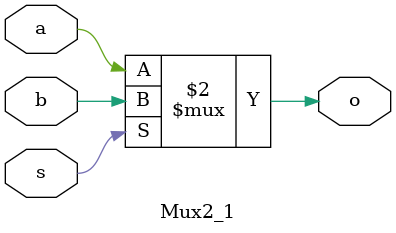
<source format=v>
module Mux2_1 (a,b,s,o);
  input a,b,s;
  output o;
  
  assign o = (s==1)? b : a;
  
endmodule

</source>
